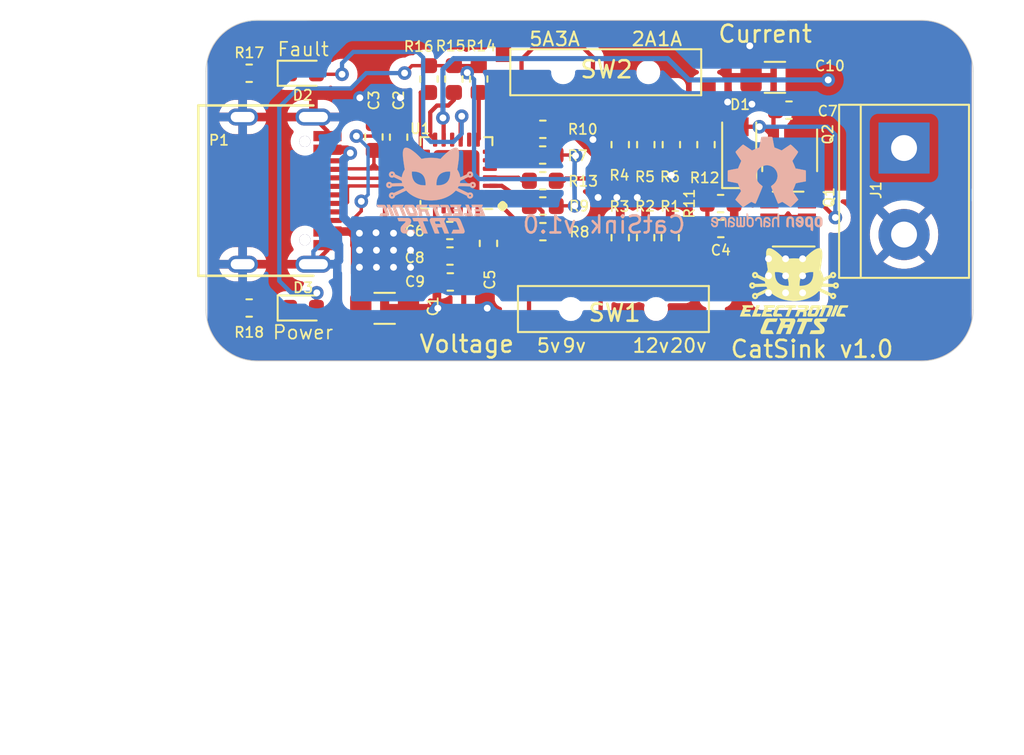
<source format=kicad_pcb>
(kicad_pcb (version 20221018) (generator pcbnew)
  (title_block (title "CatSink PD") (date "2020-10-24") (rev "1.0v") (company "Electronic Cats") (comment 1 "Eduardo Contreras"))
  (layers (0 "F.Cu" signal) (31 "B.Cu" signal) (34 "B.Paste" user) (35 "F.Paste" user) (36 "B.SilkS" user "B.Silkscreen") (37 "F.SilkS" user "F.Silkscreen") (38 "B.Mask" user) (39 "F.Mask" user) (44 "Edge.Cuts" user))
  (net 0 "")
  (net 1 "GND")
  (net 2 "VBUS")
  (net 3 "/CC2")
  (net 4 "/CC1")
  (net 5 "Net-(C4-Pad2)")
  (net 6 "Net-(C5-Pad1)")
  (net 7 "+3V3")
  (net 8 "+VSW")
  (net 9 "Net-(D1-Pad1)")
  (net 10 "/Fault")
  (net 11 "Net-(D2-Pad1)")
  (net 12 "/D+")
  (net 13 "/D-")
  (net 14 "/12v")
  (net 15 "/9v")
  (net 16 "/5v")
  (net 17 "/3A")
  (net 18 "/2A")
  (net 19 "/1A")
  (net 20 "/Icoarse")
  (net 21 "Net-(R8-Pad1)")
  (net 22 "/Vmax")
  (net 23 "Net-(R10-Pad1)")
  (net 24 "Net-(R13-Pad2)")
  (net 25 "Net-(R14-Pad2)")
  (net 26 "Net-(R15-Pad2)")
  (net 27 "Net-(R16-Pad2)")
  (net 28 "/20v")
  (net 29 "/5A")
  (net 30 "Net-(U1-Pad21)")
  (net 31 "Net-(U1-Pad20)")
  (net 32 "Net-(U1-Pad10)")
  (net 33 "Net-(U1-Pad8)")
  (net 34 "Net-(U1-Pad4)")
  (net 35 "Net-(D3-Pad1)")
  (footprint "Capacitor_SMD:C_1206_3216Metric" (layer "F.Cu") (at 128.48 109.41)
    (fp_text reference "C1")
    (fp_text value "3.3uF")
  )
  (footprint "Capacitor_SMD:C_0603_1608Metric" (layer "F.Cu") (at 129.3 99.3625 90)
    (fp_text reference "C2")
    (fp_text value "390pF")
  )
  (footprint "Capacitor_SMD:C_0603_1608Metric" (layer "F.Cu") (at 134.57 105.5975 -90)
    (fp_text reference "C5")
    (fp_text value "1uF")
  )
  (footprint "Capacitor_SMD:C_0603_1608Metric" (layer "F.Cu") (at 132.3025 104.84 180)
    (fp_text reference "C6")
    (fp_text value "1uF")
  )
  (footprint "Capacitor_SMD:C_1206_3216Metric" (layer "F.Cu") (at 151.375 95.85 180)
    (fp_text reference "C10")
    (fp_text value "3.3uF")
  )
  (footprint "LED_SMD:LED_0603_1608Metric" (layer "F.Cu") (at 123.69 95.61)
    (fp_text reference "D2")
    (fp_text value "Fault")
  )
  (footprint "Resistor_SMD:R_0603_1608Metric" (layer "F.Cu") (at 142.3 99.8 -90)
    (fp_text reference "R4")
    (fp_text value "5.1K")
  )
  (footprint "Resistor_SMD:R_0603_1608Metric" (layer "F.Cu") (at 145.3 99.8 -90)
    (fp_text reference "R6")
    (fp_text value "1K")
  )
  (footprint "Resistor_SMD:R_0603_1608Metric" (layer "F.Cu") (at 137.75 100.41 180)
    (fp_text reference "R7")
    (fp_text value "5.1K")
  )
  (footprint "Resistor_SMD:R_0603_1608Metric" (layer "F.Cu") (at 137.7625 104.91)
    (fp_text reference "R8")
    (fp_text value "5.1K")
  )
  (footprint "Resistor_SMD:R_0603_1608Metric" (layer "F.Cu") (at 137.7575 103.4 180)
    (fp_text reference "R9")
    (fp_text value "5.1K")
  )
  (footprint "Resistor_SMD:R_0603_1608Metric" (layer "F.Cu") (at 137.76 98.9)
    (fp_text reference "R10")
    (fp_text value "5.1K")
  )
  (footprint "Resistor_SMD:R_0603_1608Metric" (layer "F.Cu") (at 137.7575 101.92 180)
    (fp_text reference "R13")
    (fp_text value "1K")
  )
  (footprint "Resistor_SMD:R_0603_1608Metric" (layer "F.Cu") (at 134 95.95 -90)
    (fp_text reference "R14")
    (fp_text value "10K")
  )
  (footprint "Resistor_SMD:R_0603_1608Metric" (layer "F.Cu") (at 132.54 95.95 -90)
    (fp_text reference "R15")
    (fp_text value "10K")
  )
  (footprint "Resistor_SMD:R_0603_1608Metric" (layer "F.Cu") (at 131.08 95.9525 -90)
    (fp_text reference "R16")
    (fp_text value "10K")
  )
  (footprint "Capacitor_SMD:C_0603_1608Metric" (layer "F.Cu") (at 132.3125 106.34 180)
    (fp_text reference "C8")
    (fp_text value "0.1uF")
  )
  (footprint "Resistor_SMD:R_0603_1608Metric" (layer "F.Cu") (at 120.5325 95.61 180)
    (fp_text reference "R17")
    (fp_text value "10K")
  )
  (footprint "Package_DFN_QFN:QFN-24-1EP_4x4mm_P0.5mm_EP2.7x2.7mm" (layer "F.Cu") (at 132.69 101.47 180)
    (fp_text reference "U1")
    (fp_text value "CYPD3177-24LQXI")
  )
  (footprint "Capacitor_SMD:C_0603_1608Metric" (layer "F.Cu") (at 127.85 99.35 90)
    (fp_text reference "C3")
    (fp_text value "390pF")
  )
  (footprint "CatSink:K3-1410S-E1" (layer "F.Cu") (at 141.45 95.55 180)
    (fp_text reference "SW2")
    (fp_text value "Current")
  )
  (footprint "Resistor_SMD:R_0603_1608Metric" (layer "F.Cu") (at 147.33 99.8 90)
    (fp_text reference "R12")
    (fp_text value "50K")
  )
  (footprint "Package_TO_SOT_SMD:SOT-23-6" (layer "F.Cu") (at 152.15 104.17 180)
    (fp_text reference "Q1")
    (fp_text value "SI3421DV")
  )
  (footprint "Diode_SMD:D_SOD-123F" (layer "F.Cu") (at 149.28 100.15 90)
    (fp_text reference "D1")
    (fp_text value "NZH10C")
  )
  (footprint "Package_TO_SOT_SMD:SOT-23-6" (layer "F.Cu") (at 152.24 100.46 -90)
    (fp_text reference "Q2")
    (fp_text value "SI3421DV")
  )
  (footprint "Capacitor_SMD:C_0603_1608Metric" (layer "F.Cu") (at 148.2 104.725 180)
    (fp_text reference "C4")
    (fp_text value "1uF")
  )
  (footprint "Capacitor_SMD:C_0603_1608Metric" (layer "F.Cu") (at 152.2 97.775 180)
    (fp_text reference "C7")
    (fp_text value "1uF")
  )
  (footprint "CatSink:K3-1410S-E1" (layer "F.Cu") (at 141.9 109.45)
    (fp_text reference "SW1")
    (fp_text value "Voltage")
  )
  (footprint "Capacitor_SMD:C_0603_1608Metric" (layer "F.Cu") (at 132.3325 107.86 180)
    (fp_text reference "C9")
    (fp_text value "0.1uF")
  )
  (footprint "TerminalBlock:TerminalBlock_bornier-2_P5.08mm" (layer "F.Cu") (at 158.95 100 -90)
    (fp_text reference "J1")
    (fp_text value "Vout")
  )
  (footprint "Connectors:C393939" (layer "F.Cu") (at 124.3 102.5 -90)
    (fp_text reference "P1")
    (fp_text value "USB_C_Plug_USB2.0")
  )
  (footprint "Resistor_SMD:R_0603_1608Metric" (layer "F.Cu") (at 143.8 99.8 -90)
    (fp_text reference "R5")
    (fp_text value "2.4K")
  )
  (footprint "LED_SMD:LED_0603_1608Metric" (layer "F.Cu") (at 123.69 109.39)
    (fp_text reference "D3")
    (fp_text value "Power")
  )
  (footprint "Resistor_SMD:R_0603_1608Metric" (layer "F.Cu") (at 120.5325 109.39 180)
    (fp_text reference "R18")
    (fp_text value "1K")
  )
  (footprint "Resistor_SMD:R_0603_1608Metric" (layer "F.Cu") (at 148.1875 103.26 180)
    (fp_text reference "R11")
    (fp_text value "10K")
  )
  (footprint "Resistor_SMD:R_0603_1608Metric" (layer "F.Cu") (at 145.23 105.2625 90)
    (fp_text reference "R1")
    (fp_text value "2.4K")
  )
  (footprint "Resistor_SMD:R_0603_1608Metric" (layer "F.Cu") (at 143.79 105.2625 90)
    (fp_text reference "R2")
    (fp_text value "1K")
  )
  (footprint "Resistor_SMD:R_0603_1608Metric" (layer "F.Cu") (at 142.3 105.2625 90)
    (fp_text reference "R3")
    (fp_text value "0R")
  )
  (footprint "Aesthetics:electronic_cats_logo_4x3" (layer "F.Cu") (at 152.5 108.4)
    (fp_text reference "G***" hide)
    (fp_text value "LOGO" hide)
  )
  (footprint "Aesthetics:electronic_cats_logo_4x3" (layer "B.Cu") (at 131.2 102.5 180)
    (fp_text reference "G***" hide)
    (fp_text value "LOGO" hide)
  )
  (footprint "Symbol:OSHW-Logo2_7.3x6mm_SilkScreen" (layer "B.Cu") (at 150.9 102.1 180)
    (fp_text reference "REF**" hide)
    (fp_text value "OSHW-Logo2_7.3x6mm_SilkScreen" hide)
  )
  (gr_line (start 160 92.5) (end 121 92.5) (stroke (width 0.05)) (layer "Edge.Cuts"))
  (gr_line (start 118 95.5) (end 118 109.5) (stroke (width 0.05)) (layer "Edge.Cuts"))
  (gr_line (start 121 112.5) (end 160 112.5) (stroke (width 0.05)) (layer "Edge.Cuts"))
  (gr_line (start 163 109.5) (end 163 95.5) (stroke (width 0.05)) (layer "Edge.Cuts"))
  (gr_arc (start 160 92.5) (mid 162.12132 93.37868) (end 163 95.5) (stroke (width 0.05)) (layer "Edge.Cuts"))
  (gr_arc (start 163 109.5) (mid 162.12132 111.62132) (end 160 112.5) (stroke (width 0.05)) (layer "Edge.Cuts"))
  (gr_arc (start 118 95.5) (mid 118.87868 93.37868) (end 121 92.5) (stroke (width 0.05)) (layer "Edge.Cuts"))
  (gr_arc (start 121 112.5) (mid 118.87868 111.62132) (end 118 109.5) (stroke (width 0.05)) (layer "Edge.Cuts"))
  (gr_text "CatSink v1.0" (at 141.35 104.5) (layer "B.SilkS") (effects (font (size 1 1)) (justify mirror)))
  (gr_text "5v" (at 138.1 111.6) (layer "F.SilkS") (effects (font (size 0.8 0.8) (thickness 0.12))))
  (gr_text "12v" (at 144.1 111.6) (layer "F.SilkS") (effects (font (size 0.8 0.8) (thickness 0.12))))
  (gr_text "20v" (at 146.3 111.6) (layer "F.SilkS") (effects (font (size 0.8 0.8) (thickness 0.12))))
  (gr_text "5A" (at 137.7 93.6) (layer "F.SilkS") (effects (font (size 0.8 0.8) (thickness 0.12))))
  (gr_text "3A" (at 139.2 93.6) (layer "F.SilkS") (effects (font (size 0.8 0.8) (thickness 0.12))))
  (gr_text "2A" (at 143.7 93.6) (layer "F.SilkS") (effects (font (size 0.8 0.8) (thickness 0.12))))
  (gr_text "1A" (at 145.2 93.6) (layer "F.SilkS") (effects (font (size 0.8 0.8) (thickness 0.12))))
  (gr_text "CatSink v1.0" (at 153.55 111.8) (layer "F.SilkS") (effects (font (size 1 1))))
  (gr_text "." (at 135.4 102.6) (layer "F.SilkS") (effects (font (size 2 2) (thickness 0.4))))
  (gr_text "9v" (at 139.6 111.6) (layer "F.SilkS") (effects (font (size 0.8 0.8) (thickness 0.12))))
  (segment (start 132.94 103.4325) (end 132.94 101.72) (width 0.25) (layer "F.Cu") (net 1))
  (segment (start 146.275 104.475) (end 146.3 104.5) (width 0.5) (layer "F.Cu") (net 1))
  (segment (start 131.44 103.4325) (end 131.44 102.971978) (width 0.25) (layer "F.Cu") (net 1))
  (segment (start 131.44 104.765) (end 131.515 104.84) (width 0.25) (layer "F.Cu") (net 1))
  (segment (start 139.75 98.9) (end 139.8 98.95) (width 0.5) (layer "F.Cu") (net 1))
  (segment (start 149.975 97.375) (end 150.025 97.425) (width 0.3) (layer "F.Cu") (net 1))
  (segment (start 140.2 98.9) (end 140.7 99.4) (width 0.5) (layer "F.Cu") (net 1))
  (segment (start 149.975 95.85) (end 149.975 95.925) (width 0.25) (layer "F.Cu") (net 1))
  (segment (start 131.545 106.36) (end 131.525 106.34) (width 0.2) (layer "F.Cu") (net 1))
  (segment (start 149.975 94.075) (end 149.9 94) (width 0.25) (layer "F.Cu") (net 1))
  (segment (start 146.3 106.6) (end 146.7 107) (width 0.5) (layer "F.Cu") (net 1))
  (segment (start 127.85 97.875) (end 127.025 97.05) (width 0.25) (layer "F.Cu") (net 1))
  (segment (start 142.3 103.1) (end 142.1 102.9) (width 0.5) (layer "F.Cu") (net 1))
  (segment (start 141.06 100.61) (end 139.8 99.35) (width 0.5) (layer "F.Cu") (net 1))
  (segment (start 125.125 99.005) (end 124.3 98.18) (width 0.25) (layer "F.Cu") (net 1))
  (segment (start 131.44 102.971978) (end 132.69 101.721978) (width 0.25) (layer "F.Cu") (net 1))
  (segment (start 129.88 109.41) (end 131.59 109.41) (width 0.3) (layer "F.Cu") (net 1))
  (segment (start 138.985 98.9) (end 140.2 98.9) (width 0.5) (layer "F.Cu") (net 1))
  (segment (start 127.85 98.5625) (end 127.85 97.875) (width 0.25) (layer "F.Cu") (net 1))
  (segment (start 146.1 102.9) (end 143.3 102.9) (width 0.5) (layer "F.Cu") (net 1))
  (segment (start 142.3 104.475) (end 142.3 104.0375) (width 0.5) (layer "F.Cu") (net 1))
  (segment (start 145.2 100.525) (end 145.2 101.4) (width 0.3) (layer "F.Cu") (net 1))
  (segment (start 125.125 99.3) (end 125.125 99.005) (width 0.25) (layer "F.Cu") (net 1))
  (segment (start 129.3 98.575) (end 129.3 97.15) (width 0.25) (layer "F.Cu") (net 1))
  (segment (start 145.2 101.4) (end 145.325 101.525) (width 0.3) (layer "F.Cu") (net 1))
  (segment (start 146.3 104.5) (end 146.3 103.6) (width 0.5) (layer "F.Cu") (net 1))
  (segment (start 132.94 101.72) (end 132.69 101.47) (width 0.25) (layer "F.Cu") (net 1))
  (segment (start 141.145 100.525) (end 141.06 100.61) (width 0.2) (layer "F.Cu") (net 1))
  (segment (start 129.3 97.15) (end 129.4 97.05) (width 0.25) (layer "F.Cu") (net 1))
  (segment (start 125.125 105.7) (end 125.125 105.995) (width 0.25) (layer "F.Cu") (net 1))
  (segment (start 131.59 109.41) (end 131.6 109.4) (width 0.3) (layer "F.Cu") (net 1))
  (segment (start 148.5 107) (end 149.2 107) (width 0.5) (layer "F.Cu") (net 1))
  (segment (start 149.975 95.85) (end 149.975 97.375) (width 0.3) (layer "F.Cu") (net 1))
  (segment (start 142.3 104.0375) (end 142.3 103.1) (width 0.5) (layer "F.Cu") (net 1))
  (segment (start 131.525 104.85) (end 131.515 104.84) (width 0.2) (layer "F.Cu") (net 1))
  (segment (start 146.7 107) (end 148.5 107) (width 0.5) (layer "F.Cu") (net 1))
  (segment (start 138.55 104.91) (end 138.9875 104.91) (width 0.2) (layer "F.Cu") (net 1))
  (segment (start 131.525 106.34) (end 131.525 104.85) (width 0.2) (layer "F.Cu") (net 1))
  (segment (start 146.3 103.6) (end 146.3 106.6) (width 0.5) (layer "F.Cu") (net 1))
  (segment (start 125.125 105.995) (end 124.3 106.82) (width 0.25) (layer "F.Cu") (net 1))
  (segment (start 140.7 99.4) (end 140.7 99.5) (width 0.5) (layer "F.Cu") (net 1))
  (segment (start 139.8 99.35) (end 139.8 98.95) (width 0.5) (layer "F.Cu") (net 1))
  (segment (start 146.3 103.6) (end 146.3 103.1) (width 0.5) (layer "F.Cu") (net 1))
  (segment (start 146.3 103.1) (end 146.1 102.9) (width 0.5) (layer "F.Cu") (net 1))
  (segment (start 138.5475 98.9) (end 139.75 98.9) (width 0.5) (layer "F.Cu") (net 1))
  (segment (start 131.545 107.86) (end 131.545 106.36) (width 0.2) (layer "F.Cu") (net 1))
  (segment (start 132.69 101.721978) (end 132.69 101.47) (width 0.25) (layer "F.Cu") (net 1))
  (segment (start 142.1 102.9) (end 141 102.9) (width 0.5) (layer "F.Cu") (net 1))
  (segment (start 145.23 104.475) (end 146.275 104.475) (width 0.5) (layer "F.Cu") (net 1))
  (segment (start 138.5475 98.9) (end 138.985 98.9) (width 0.5) (layer "F.Cu") (net 1))
  (segment (start 149.975 95.85) (end 149.975 94.075) (width 0.25) (layer "F.Cu") (net 1))
  (segment (start 142.2 100.525) (end 141.145 100.525) (width 0.2) (layer "F.Cu") (net 1))
  (segment (start 131.44 103.4325) (end 131.44 104.765) (width 0.25) (layer "F.Cu") (net 1))
  (via (at 140.7 99.5) (size 0.8) (drill 0.4) (layers "F.Cu" "B.Cu") (net 1))
  (via (at 150.025 97.425) (size 0.8) (drill 0.4) (layers "F.Cu" "B.Cu") (net 1))
  (via (at 142.1 102.9) (size 0.8) (drill 0.4) (layers "F.Cu" "B.Cu") (net 1))
  (via (at 148.6 97.3) (size 0.8) (drill 0.4) (layers "F.Cu" "B.Cu") (net 1))
  (via (at 127.025 97.05) (size 0.8) (drill 0.4) (layers "F.Cu" "B.Cu") (net 1))
  (via (at 131.6 109.4) (size 0.8) (drill 0.4) (layers "F.Cu" "B.Cu") (net 1))
  (via (at 145.3 101.6) (size 0.8) (drill 0.4) (layers "F.Cu" "B.Cu") (net 1))
  (via (at 143.3 102.9) (size 0.8) (drill 0.4) (layers "F.Cu" "B.Cu") (net 1))
  (via (at 134.5 109.4) (size 0.8) (drill 0.4) (layers "F.Cu" "B.Cu") (net 1))
  (via (at 129.4 97.05) (size 0.8) (drill 0.4) (layers "F.Cu" "B.Cu") (net 1))
  (via (at 149.9 94) (size 0.8) (drill 0.4) (layers "F.Cu" "B.Cu") (net 1))
  (via (at 141 102.9) (size 0.8) (drill 0.4) (layers "F.Cu" "B.Cu") (net 1))
  (segment (start 131.6 109.4) (end 134.5 109.4) (width 0.5) (layer "B.Cu") (net 1))
  (segment (start 124.3 106.82) (end 125.58 106.82) (width 0.5) (layer "B.Cu") (net 1))
  (segment (start 141 102.9) (end 142.1 102.9) (width 0.5) (layer "B.Cu") (net 1))
  (segment (start 125.8 105.7) (end 124.9 104.8) (width 0.5) (layer "B.Cu") (net 1))
  (segment (start 125.7 106.9) (end 125.7 110.4) (width 0.5) (layer "B.Cu") (net 1))
  (segment (start 125.58 106.82) (end 125.8 106.6) (width 0.5) (layer "B.Cu") (net 1))
  (segment (start 125.62 106.82) (end 125.7 106.9) (width 0.5) (layer "B.Cu") (net 1))
  (segment (start 124.3 106.82) (end 125.62 106.82) (width 0.5) (layer "B.Cu") (net 1))
  (segment (start 124.3 106.82) (end 124.3 106.07) (width 0.25) (layer "B.Cu") (net 1))
  (segment (start 125.8 106.6) (end 125.8 105.7) (width 0.5) (layer "B.Cu") (net 1))
  (segment (start 142.1 102.9) (end 143.3 102.9) (width 0.5) (layer "B.Cu") (net 1))
  (segment (start 124.3 106.07) (end 124.9 105.47) (width 0.25) (layer "B.Cu") (net 1))
  (segment (start 127.27 107.27) (end 127 107) (width 0.25) (layer "F.Cu") (net 2))
  (segment (start 127.27 109.16) (end 127.27 107.27) (width 0.25) (layer "F.Cu") (net 2))
  (segment (start 128.78 102.72) (end 128.5 103) (width 0.25) (layer "F.Cu") (net 2))
  (segment (start 151.05 104.17) (end 153.25 104.17) (width 0.5) (layer "F.Cu") (net 2))
  (segment (start 151.05 104.17) (end 151.05 105.12) (width 0.5) (layer "F.Cu") (net 2))
  (segment (start 128.973091 104.973091) (end 129 105) (width 0.25) (layer "F.Cu") (net 2))
  (segment (start 151.05 104.75) (end 151.05 104.17) (width 0.25) (layer "F.Cu") (net 2))
  (segment (start 148.9875 104.725) (end 148.9875 103.2725) (width 0.5) (layer "F.Cu") (net 2))
  (segment (start 127.24 106.23) (end 126.71 105.7) (width 0.5) (layer "F.Cu") (net 2))
  (segment (start 151.025 104.725) (end 148.9875 104.725) (width 0.5) (layer "F.Cu") (net 2))
  (segment (start 148.9875 104.725) (end 150.655 104.725) (width 0.5) (layer "F.Cu") (net 2))
  (segment (start 152 108.5) (end 152 107.5) (width 0.5) (layer "F.Cu") (net 2))
  (segment (start 151 107.5) (end 151 108.5) (width 0.5) (layer "F.Cu") (net 2))
  (segment (start 128.5 103) (end 128.5 104.5) (width 0.25) (layer "F.Cu") (net 2))
  (segment (start 151.05 105.12) (end 151.05 104.75) (width 0.25) (layer "F.Cu") (net 2))
  (segment (start 152 106.5) (end 153 106.5) (width 0.5) (layer "F.Cu") (net 2))
  (segment (start 153 107.5) (end 153 108.5) (width 0.5) (layer "F.Cu") (net 2))
  (segment (start 151.05 106.45) (end 151 106.5) (width 0.5) (layer "F.Cu") (net 2))
  (segment (start 128 107) (end 129 107) (width 0.25) (layer "F.Cu") (net 2))
  (segment (start 153.25 105.12) (end 151.05 105.12) (width 0.5) (layer "F.Cu") (net 2))
  (segment (start 127.27 106.23) (end 127.27 105.18) (width 0.5) (layer "F.Cu") (net 2))
  (segment (start 126.71 105.134315) (end 126.71 105.7) (width 0.5) (layer "F.Cu") (net 2))
  (segment (start 127.27 106.23) (end 127.24 106.23) (width 0.5) (layer "F.Cu") (net 2))
  (segment (start 151.05 104.75) (end 151.025 104.725) (width 0.5) (layer "F.Cu") (net 2))
  (segment (start 125.125 104.9) (end 126.475685 104.9) (width 0.5) (layer "F.Cu") (net 2))
  (segment (start 129 106) (end 128 106) (width 0.25) (layer "F.Cu") (net 2))
  (segment (start 127.973091 104.973091) (end 127.03 104.94) (width 0.2) (layer "F.Cu") (net 2))
  (segment (start 127.03 104.94) (end 125.205 104.98) (width 0.2) (layer "F.Cu") (net 2))
  (segment (start 148.9875 103.2725) (end 148.975 103.26) (width 0.5) (layer "F.Cu") (net 2))
  (segment (start 128.1 104.9) (end 125.125 104.9) (width 0.25) (layer "F.Cu") (net 2))
  (segment (start 126.273195 100.1) (end 126.464497 100.291302) (width 0.5) (layer "F.Cu") (net 2))
  (segment (start 128.5 104.5) (end 128.1 104.9) (width 0.25) (layer "F.Cu") (net 2))
  (segment (start 125.205 104.98) (end 125.125 104.9) (width 0.2) (layer "F.Cu") (net 2))
  (segment (start 151.05 105.12) (end 151.05 106.45) (width 0.5) (layer "F.Cu") (net 2))
  (segment (start 130 107) (end 130 106) (width 0.25) (layer "F.Cu") (net 2))
  (segment (start 127.005 105.005) (end 127 105) (width 0.25) (layer "F.Cu") (net 2))
  (segment (start 127.005 105.995) (end 127.005 105.005) (width 0.25) (layer "F.Cu") (net 2))
  (segment (start 127.27 109.16) (end 127.27 106.23) (width 0.5) (layer "F.Cu") (net 2))
  (segment (start 128.17 104.98) (end 127.973091 104.973091) (width 0.2) (layer "F.Cu") (net 2))
  (segment (start 130.7275 102.72) (end 128.78 102.72) (width 0.25) (layer "F.Cu") (net 2))
  (segment (start 127.973091 104.973091) (end 128.973091 104.973091) (width 0.25) (layer "F.Cu") (net 2))
  (segment (start 125.125 100.1) (end 126.273195 100.1) (width 0.5) (layer "F.Cu") (net 2))
  (segment (start 126.475685 104.9) (end 126.71 105.134315) (width 0.5) (layer "F.Cu") (net 2))
  (segment (start 150.655 104.725) (end 151.05 105.12) (width 0.5) (layer "F.Cu") (net 2))
  (via (at 152 108.5) (size 0.8) (drill 0.4) (layers "F.Cu" "B.Cu") (net 2))
  (via (at 153 107.5) (size 0.8) (drill 0.4) (layers "F.Cu" "B.Cu") (net 2))
  (via (at 151 106.5) (size 0.8) (drill 0.4) (layers "F.Cu" "B.Cu") (net 2))
  (via (at 153 106.5) (size 0.8) (drill 0.4) (layers "F.Cu" "B.Cu") (net 2))
  (via (at 129 105) (size 0.8) (drill 0.4) (layers "F.Cu" "B.Cu") (net 2))
  (via (at 152 107.5) (size 0.8) (drill 0.4) (layers "F.Cu" "B.Cu") (net 2))
  (via (at 127 107) (size 0.8) (drill 0.4) (layers "F.Cu" "B.Cu") (net 2))
  (via (at 129 106) (size 0.8) (drill 0.4) (layers "F.Cu" "B.Cu") (net 2))
  (via (at 126.464497 100.291302) (size 0.8) (drill 0.4) (layers "F.Cu" "B.Cu") (net 2))
  (via (at 130 106) (size 0.8) (drill 0.4) (layers "F.Cu" "B.Cu") (net 2))
  (via (at 153 108.5) (size 0.8) (drill 0.4) (layers "F.Cu" "B.Cu") (net 2))
  (via (at 128 107) (size 0.8) (drill 0.4) (layers "F.Cu" "B.Cu") (net 2))
  (via (at 127 105) (size 0.8) (drill 0.4) (layers "F.Cu" "B.Cu") (net 2))
  (via (at 130 105) (size 0.8) (drill 0.4) (layers "F.Cu" "B.Cu") (net 2))
  (via (at 127.005 105.995) (size 0.8) (drill 0.4) (layers "F.Cu" "B.Cu") (net 2))
  (via (at 151 108.5) (size 0.8) (drill 0.4) (layers "F.Cu" "B.Cu") (net 2))
  (via (at 152 106.5) (size 0.8) (drill 0.4) (layers "F.Cu" "B.Cu") (net 2))
  (via (at 129 107) (size 0.8) (drill 0.4) (layers "F.Cu" "B.Cu") (net 2))
  (via (at 127.973091 104.973091) (size 0.8) (drill 0.4) (layers "F.Cu" "B.Cu") (net 2))
  (via (at 151 107.5) (size 0.8) (drill 0.4) (layers "F.Cu" "B.Cu") (net 2))
  (via (at 130 107) (size 0.8) (drill 0.4) (layers "F.Cu" "B.Cu") (net 2))
  (via (at 128 106) (size 0.8) (drill 0.4) (layers "F.Cu" "B.Cu") (net 2))
  (segment (start 127 105) (end 127.946182 105) (width 0.25) (layer "B.Cu") (net 2))
  (segment (start 130 106) (end 129 106) (width 0.25) (layer "B.Cu") (net 2))
  (segment (start 151 108.5) (end 152 108.5) (width 0.5) (layer "B.Cu") (net 2))
  (segment (start 126.064498 104.064498) (end 126.600001 104.600001) (width 0.5) (layer "B.Cu") (net 2))
  (segment (start 129 105) (end 130 105) (width 0.25) (layer "B.Cu") (net 2))
  (segment (start 126.464497 100.291302) (end 126.064498 100.691301) (width 0.5) (layer "B.Cu") (net 2))
  (segment (start 127.946182 105) (end 127.973091 104.973091) (width 0.25) (layer "B.Cu") (net 2))
  (segment (start 152 107.5) (end 152 106.5) (width 0.5) (layer "B.Cu") (net 2))
  (segment (start 126.064498 100.691301) (end 126.064498 104.064498) (width 0.5) (layer "B.Cu") (net 2))
  (segment (start 153 106.5) (end 153 107.5) (width 0.5) (layer "B.Cu") (net 2))
  (segment (start 127 107) (end 128 107) (width 0.25) (layer "B.Cu") (net 2))
  (segment (start 129 107) (end 130 107) (width 0.25) (layer "B.Cu") (net 2))
  (segment (start 128 106) (end 127.01 106) (width 0.25) (layer "B.Cu") (net 2))
  (segment (start 127.01 106) (end 127.005 105.995) (width 0.25) (layer "B.Cu") (net 2))
  (segment (start 126.600001 104.600001) (end 127 105) (width 0.5) (layer "B.Cu") (net 2))
  (segment (start 151 106.5) (end 151 107.5) (width 0.5) (layer "B.Cu") (net 2))
  (segment (start 129.87 100.72) (end 129.3 100.15) (width 0.2) (layer "F.Cu") (net 3))
  (segment (start 130.7275 100.72) (end 129.87 100.72) (width 0.2) (layer "F.Cu") (net 3))
  (segment (start 127.11 103.695685) (end 126.555685 104.25) (width 0.2) (layer "F.Cu") (net 3))
  (segment (start 128.888147 99.300647) (end 127.388333 99.300647) (width 0.2) (layer "F.Cu") (net 3))
  (segment (start 129.3 99.7125) (end 128.888147 99.300647) (width 0.2) (layer "F.Cu") (net 3))
  (segment (start 126.555685 104.25) (end 126.15 104.25) (width 0.2) (layer "F.Cu") (net 3))
  (segment (start 126.15 104.25) (end 125.125 104.25) (width 0.2) (layer "F.Cu") (net 3))
  (segment (start 127.11 103.13) (end 127.11 103.695685) (width 0.2) (layer "F.Cu") (net 3))
  (segment (start 129.3 100.15) (end 129.3 99.7125) (width 0.2) (layer "F.Cu") (net 3))
  (segment (start 127.388333 99.300647) (end 126.822648 99.300647) (width 0.2) (layer "F.Cu") (net 3))
  (via (at 127.11 103.13) (size 0.8) (drill 0.4) (layers "F.Cu" "B.Cu") (net 3))
  (via (at 126.822648 99.300647) (size 0.8) (drill 0.4) (layers "F.Cu" "B.Cu") (net 3))
  (segment (start 127.222647 99.700646) (end 126.822648 99.300647) (width 0.2) (layer "B.Cu") (net 3))
  (segment (start 127.509999 102.730001) (end 127.509999 99.987998) (width 0.2) (layer "B.Cu") (net 3))
  (segment (start 127.509999 99.987998) (end 127.222647 99.700646) (width 0.2) (layer "B.Cu") (net 3))
  (segment (start 127.11 103.13) (end 127.509999 102.730001) (width 0.2) (layer "B.Cu") (net 3))
  (segment (start 127.57 101.22) (end 127.72 101.22) (width 0.2) (layer "F.Cu") (net 4))
  (segment (start 130.7275 101.22) (end 128.43 101.22) (width 0.2) (layer "F.Cu") (net 4))
  (segment (start 127.98 101.22) (end 127.85 101.09) (width 0.2) (layer "F.Cu") (net 4))
  (segment (start 127.58 101.22) (end 127.85 100.95) (width 0.2) (layer "F.Cu") (net 4))
  (segment (start 127.42 101.22) (end 125.155 101.22) (width 0.2) (layer "F.Cu") (net 4))
  (segment (start 127.85 100.95) (end 127.85 100.1375) (width 0.2) (layer "F.Cu") (net 4))
  (segment (start 127.72 101.22) (end 127.85 101.09) (width 0.2) (layer "F.Cu") (net 4))
  (segment (start 127.57 101.22) (end 127.42 101.22) (width 0.2) (layer "F.Cu") (net 4))
  (segment (start 125.155 101.22) (end 125.125 101.25) (width 0.2) (layer "F.Cu") (net 4))
  (segment (start 127.98 101.22) (end 127.57 101.22) (width 0.2) (layer "F.Cu") (net 4))
  (segment (start 127.42 101.22) (end 127.58 101.22) (width 0.2) (layer "F.Cu") (net 4))
  (segment (start 128.12 101.22) (end 127.85 100.95) (width 0.2) (layer "F.Cu") (net 4))
  (segment (start 128.43 101.22) (end 128.12 101.22) (width 0.2) (layer "F.Cu") (net 4))
  (segment (start 127.85 101.09) (end 127.85 100.95) (width 0.2) (layer "F.Cu") (net 4))
  (segment (start 128.43 101.22) (end 127.98 101.22) (width 0.2) (layer "F.Cu") (net 4))
  (segment (start 153.25 103.22) (end 154.06 103.22) (width 0.25) (layer "F.Cu") (net 5))
  (segment (start 149.28 98.75) (end 150.46 98.75) (width 0.25) (layer "F.Cu") (net 5))
  (segment (start 154.06 103.22) (end 154.92 104.08) (width 0.25) (layer "F.Cu") (net 5))
  (segment (start 150.46 98.75) (end 150.68 98.75) (width 0.25) (layer "F.Cu") (net 5))
  (segment (start 147.33 99.2025) (end 148.8275 99.2025) (width 0.25) (layer "F.Cu") (net 5))
  (segment (start 148.8275 99.2025) (end 149.28 98.75) (width 0.25) (layer "F.Cu") (net 5))
  (segment (start 153.2525 103.2175) (end 153.25 103.22) (width 0.25) (layer "F.Cu") (net 5))
  (segment (start 150.68 98.75) (end 151.29 99.36) (width 0.25) (layer "F.Cu") (net 5))
  (segment (start 146.32 99.35) (end 146.4675 99.2025) (width 0.25) (layer "F.Cu") (net 5))
  (segment (start 151.4125 97.8625) (end 151.29 97.985) (width 0.25) (layer "F.Cu") (net 5))
  (segment (start 139.1125 101.79) (end 143.5 101.79) (width 0.25) (layer "F.Cu") (net 5))
  (segment (start 146.63 102.31) (end 146.33 102.01) (width 0.25) (layer "F.Cu") (net 5))
  (segment (start 143.5 101.79) (end 144.02 102.31) (width 0.25) (layer "F.Cu") (net 5))
  (segment (start 151.4125 97.775) (end 151.4125 97.8625) (width 0.25) (layer "F.Cu") (net 5))
  (segment (start 138.545 101.92) (end 138.9825 101.92) (width 0.25) (layer "F.Cu") (net 5))
  (segment (start 138.9825 101.92) (end 139.1125 101.79) (width 0.25) (layer "F.Cu") (net 5))
  (segment (start 144.02 102.31) (end 146.01 102.31) (width 0.25) (layer "F.Cu") (net 5))
  (segment (start 147.4125 102.6525) (end 147.07 102.31) (width 0.25) (layer "F.Cu") (net 5))
  (segment (start 146.32 102) (end 146.01 102.31) (width 0.25) (layer "F.Cu") (net 5))
  (segment (start 146.4675 99.2025) (end 147.33 99.2025) (width 0.25) (layer "F.Cu") (net 5))
  (segment (start 146.32 102.31) (end 146.33 102.01) (width 0.25) (layer "F.Cu") (net 5))
  (segment (start 146.64 102.31) (end 146.63 102.31) (width 0.25) (layer "F.Cu") (net 5))
  (segment (start 147.4125 104.725) (end 147.4125 102.6525) (width 0.25) (layer "F.Cu") (net 5))
  (segment (start 146.01 102.31) (end 146.32 102.31) (width 0.25) (layer "F.Cu") (net 5))
  (segment (start 146.33 102.01) (end 146.32 101.68) (width 0.25) (layer "F.Cu") (net 5))
  (segment (start 146.32 101.68) (end 146.32 102) (width 0.25) (layer "F.Cu") (net 5))
  (segment (start 146.32 101.68) (end 146.32 99.35) (width 0.25) (layer "F.Cu") (net 5))
  (segment (start 151.29 97.985) (end 151.29 99.36) (width 0.25) (layer "F.Cu") (net 5))
  (segment (start 146.32 102.31) (end 146.64 102.31) (width 0.25) (layer "F.Cu") (net 5))
  (segment (start 147.07 102.31) (end 146.64 102.31) (width 0.25) (layer "F.Cu") (net 5))
  (via (at 154.92 104.08) (size 0.8) (drill 0.4) (layers "F.Cu" "B.Cu") (net 5))
  (via (at 150.46 98.75) (size 0.8) (drill 0.4) (layers "F.Cu" "B.Cu") (net 5))
  (segment (start 154.45 98.75) (end 150.46 98.75) (width 0.25) (layer "B.Cu") (net 5))
  (segment (start 154.92 104.08) (end 154.92 99.22) (width 0.25) (layer "B.Cu") (net 5))
  (segment (start 154.92 99.22) (end 154.45 98.75) (width 0.25) (layer "B.Cu") (net 5))
  (segment (start 133.94 104.18) (end 134.57 104.81) (width 0.25) (layer "F.Cu") (net 6))
  (segment (start 133.94 103.4325) (end 133.94 104.18) (width 0.25) (layer "F.Cu") (net 6))
  (segment (start 124.4775 108.5225) (end 124.5 108.5) (width 0.25) (layer "F.Cu") (net 7))
  (segment (start 133.09 104.84) (end 133.1 105.65) (width 0.2) (layer "F.Cu") (net 7))
  (segment (start 125.04 111.06) (end 132.26 111.06) (width 0.3) (layer "F.Cu") (net 7))
  (segment (start 138.5375 100.41) (end 139.64 100.41) (width 0.2) (layer "F.Cu") (net 7))
  (segment (start 133.12 107.86) (end 133.12 106.36) (width 0.2) (layer "F.Cu") (net 7))
  (segment (start 134 95.1625) (end 132.54 95.1625) (width 0.2) (layer "F.Cu") (net 7))
  (segment (start 124.4775 110.4975) (end 125.04 111.06) (width 0.3) (layer "F.Cu") (net 7))
  (segment (start 131.08 95.165) (end 132.5375 95.165) (width 0.2) (layer "F.Cu") (net 7))
  (segment (start 134 95.1625) (end 133.7375 95.1625) (width 0.25) (layer "F.Cu") (net 7))
  (segment (start 132.26 111.06) (end 133.12 110.2) (width 0.3) (layer "F.Cu") (net 7))
  (segment (start 124.4775 109.19) (end 124.4775 110.4975) (width 0.3) (layer "F.Cu") (net 7))
  (segment (start 139.63 103.39) (end 138.555 103.39) (width 0.2) (layer "F.Cu") (net 7))
  (segment (start 131.08 95.165) (end 130.085 95.165) (width 0.2) (layer "F.Cu") (net 7))
  (segment (start 139.64 100.41) (end 139.68 100.45) (width 0.2) (layer "F.Cu") (net 7))
  (segment (start 124.4775 109.39) (end 124.4775 108.5225) (width 0.25) (layer "F.Cu") (net 7))
  (segment (start 133.09 106.33) (end 133.1 106.34) (width 0.2) (layer "F.Cu") (net 7))
  (segment (start 130.085 95.165) (end 129.65 95.6) (width 0.2) (layer "F.Cu") (net 7))
  (segment (start 138.555 103.39) (end 138.545 103.4) (width 0.2) (layer "F.Cu") (net 7))
  (segment (start 133.09 104.84) (end 133.44 104.49) (width 0.25) (layer "F.Cu") (net 7))
  (segment (start 133.12 110.2) (end 133.12 107.86) (width 0.3) (layer "F.Cu") (net 7))
  (segment (start 133.1 105.65) (end 133.09 106.33) (width 0.2) (layer "F.Cu") (net 7))
  (segment (start 133.12 106.36) (end 133.1 106.34) (width 0.2) (layer "F.Cu") (net 7))
  (segment (start 133.7375 95.1625) (end 133.325 95.575) (width 0.25) (layer "F.Cu") (net 7))
  (segment (start 133.44 104.49) (end 133.44 103.4325) (width 0.25) (layer "F.Cu") (net 7))
  (segment (start 132.5375 95.165) (end 132.54 95.1625) (width 0.2) (layer "F.Cu") (net 7))
  (via (at 124.5 108.5) (size 0.8) (drill 0.4) (layers "F.Cu" "B.Cu") (net 7))
  (via (at 129.65 95.6) (size 0.8) (drill 0.4) (layers "F.Cu" "B.Cu") (net 7))
  (via (at 139.63 103.39) (size 0.8) (drill 0.4) (layers "F.Cu" "B.Cu") (net 7))
  (via (at 133.325 95.575) (size 0.8) (drill 0.4) (layers "F.Cu" "B.Cu") (net 7))
  (via (at 139.68 100.45) (size 0.8) (drill 0.4) (layers "F.Cu" "B.Cu") (net 7))
  (segment (start 126.5 96.5) (end 127.4 95.6) (width 0.25) (layer "B.Cu") (net 7))
  (segment (start 139.6 101.85) (end 139.63 100.5) (width 0.25) (layer "B.Cu") (net 7))
  (segment (start 134.325001 101.825001) (end 139.575001 101.825001) (width 0.25) (layer "B.Cu") (net 7))
  (segment (start 123 108.5) (end 122.3 107.8) (width 0.25) (layer "B.Cu") (net 7))
  (segment (start 122.3 97.6) (end 123.4 96.5) (width 0.25) (layer "B.Cu") (net 7))
  (segment (start 134.32 101.82) (end 134.325001 101.825001) (width 0.25) (layer "B.Cu") (net 7))
  (segment (start 139.63 100.5) (end 139.68 100.45) (width 0.25) (layer "B.Cu") (net 7))
  (segment (start 124.5 108.5) (end 123 108.5) (width 0.25) (layer "B.Cu") (net 7))
  (segment (start 122.3 107.8) (end 122.3 99.6) (width 0.25) (layer "B.Cu") (net 7))
  (segment (start 122.3 99.6) (end 122.3 97.6) (width 0.25) (layer "B.Cu") (net 7))
  (segment (start 133.724999 101.534999) (end 134.01 101.82) (width 0.25) (layer "B.Cu") (net 7))
  (segment (start 139.63 103.39) (end 139.6 101.85) (width 0.25) (layer "B.Cu") (net 7))
  (segment (start 127.4 95.6) (end 129.65 95.6) (width 0.25) (layer "B.Cu") (net 7))
  (segment (start 133.325 95.575) (end 133.724999 95.974999) (width 0.25) (layer "B.Cu") (net 7))
  (segment (start 123.4 96.5) (end 126.5 96.5) (width 0.25) (layer "B.Cu") (net 7))
  (segment (start 139.63 103.39) (end 139.63 100.5) (width 0.25) (layer "B.Cu") (net 7))
  (segment (start 134.01 101.82) (end 134.32 101.82) (width 0.25) (layer "B.Cu") (net 7))
  (segment (start 139.575001 101.825001) (end 139.6 101.85) (width 0.25) (layer "B.Cu") (net 7))
  (segment (start 133.724999 95.974999) (end 133.724999 101.534999) (width 0.25) (layer "B.Cu") (net 7))
  (segment (start 153.19 99.36) (end 153.19 101.56) (width 0.25) (layer "F.Cu") (net 8))
  (segment (start 153.19 101.56) (end 152.24 101.56) (width 0.25) (layer "F.Cu") (net 8))
  (segment (start 152.24 99.36) (end 153.19 99.36) (width 0.25) (layer "F.Cu") (net 8))
  (segment (start 131.94 98.27) (end 131.9 98.23) (width 0.25) (layer "F.Cu") (net 8))
  (segment (start 152.24 99.36) (end 152.24 101.56) (width 0.5) (layer "F.Cu") (net 8))
  (segment (start 131.94 99.5075) (end 131.94 98.27) (width 0.25) (layer "F.Cu") (net 8))
  (segment (start 154.35 95.85) (end 154.5 96) (width 0.2) (layer "F.Cu") (net 8))
  (segment (start 152.775 95.85) (end 154.35 95.85) (width 0.2) (layer "F.Cu") (net 8))
  (via (at 154.5 96) (size 0.8) (drill 0.4) (layers "F.Cu" "B.Cu") (net 8))
  (via (at 131.9 98.23) (size 0.8) (drill 0.4) (layers "F.Cu" "B.Cu") (net 8))
  (segment (start 132.525 94.75) (end 145.075 94.75) (width 0.3) (layer "B.Cu") (net 8))
  (segment (start 146.325 96) (end 154.5 96) (width 0.3) (layer "B.Cu") (net 8))
  (segment (start 131.9 98.23) (end 131.9 95.375) (width 0.3) (layer "B.Cu") (net 8))
  (segment (start 131.9 95.375) (end 132.525 94.75) (width 0.3) (layer "B.Cu") (net 8))
  (segment (start 145.075 94.75) (end 146.325 96) (width 0.3) (layer "B.Cu") (net 8))
  (segment (start 151.29 101.56) (end 149.29 101.56) (width 0.25) (layer "F.Cu") (net 9))
  (segment (start 149.29 101.56) (end 149.28 101.55) (width 0.25) (layer "F.Cu") (net 9))
  (segment (start 151.05 103.22) (end 151.05 101.8) (width 0.25) (layer "F.Cu") (net 9))
  (segment (start 151.05 101.8) (end 151.29 101.56) (width 0.25) (layer "F.Cu") (net 9))
  (segment (start 151.26 100.5) (end 149.8 100.5) (width 0.5) (layer "F.Cu") (net 9))
  (segment (start 149.28 101.55) (end 148.23 101.55) (width 0.5) (layer "F.Cu") (net 9))
  (segment (start 149.2875 100.5875) (end 147.33 100.5875) (width 0.5) (layer "F.Cu") (net 9))
  (segment (start 148.2 101.52) (end 148.2 100.8) (width 0.5) (layer "F.Cu") (net 9))
  (segment (start 149.8 100.5) (end 149.7125 100.5875) (width 0.5) (layer "F.Cu") (net 9))
  (segment (start 148.2925 101.55) (end 147.33 100.5875) (width 0.5) (layer "F.Cu") (net 9))
  (segment (start 151.29 101.56) (end 151.29 100.53) (width 0.5) (layer "F.Cu") (net 9))
  (segment (start 148.2 100.8) (end 147.33 100.5875) (width 0.5) (layer "F.Cu") (net 9))
  (segment (start 151.29 100.53) (end 151.26 100.5) (width 0.5) (layer "F.Cu") (net 9))
  (segment (start 148.23 101.55) (end 148.2 101.52) (width 0.5) (layer "F.Cu") (net 9))
  (segment (start 149.339855 100.639855) (end 149.2875 100.5875) (width 0.5) (layer "F.Cu") (net 9))
  (segment (start 149.339855 100.639855) (end 148.2 100.8) (width 0.5) (layer "F.Cu") (net 9))
  (segment (start 149.7125 100.5875) (end 149.339855 100.639855) (width 0.5) (layer "F.Cu") (net 9))
  (segment (start 149.28 101.55) (end 148.2925 101.55) (width 0.5) (layer "F.Cu") (net 9))
  (segment (start 132.94 98.191791) (end 132.999989 98.131802) (width 0.25) (layer "F.Cu") (net 10))
  (segment (start 125.98 95.67) (end 124.467502 95.67) (width 0.2) (layer "F.Cu") (net 10))
  (segment (start 132.94 99.5075) (end 132.94 98.191791) (width 0.25) (layer "F.Cu") (net 10))
  (via (at 125.98 95.67) (size 0.8) (drill 0.4) (layers "F.Cu" "B.Cu") (net 10))
  (via (at 132.999989 98.131802) (size 0.8) (drill 0.4) (layers "F.Cu" "B.Cu") (net 10))
  (segment (start 132.516 99.64) (end 131.19 99.64) (width 0.25) (layer "B.Cu") (net 10))
  (segment (start 125.98 95.02) (end 125.98 95.67) (width 0.25) (layer "B.Cu") (net 10))
  (segment (start 130.74 94.69) (end 130.41 94.36) (width 0.25) (layer "B.Cu") (net 10))
  (segment (start 132.999989 99.156011) (end 132.516 99.64) (width 0.25) (layer "B.Cu") (net 10))
  (segment (start 130.41 94.36) (end 126.64 94.36) (width 0.25) (layer "B.Cu") (net 10))
  (segment (start 130.74 99.19) (end 130.74 94.69) (width 0.25) (layer "B.Cu") (net 10))
  (segment (start 132.999989 98.131802) (end 132.999989 99.156011) (width 0.25) (layer "B.Cu") (net 10))
  (segment (start 126.64 94.36) (end 125.98 95.02) (width 0.25) (layer "B.Cu") (net 10))
  (segment (start 131.19 99.64) (end 130.74 99.19) (width 0.25) (layer "B.Cu") (net 10))
  (segment (start 122.867501 95.61) (end 122.877501 95.6) (width 0.25) (layer "F.Cu") (net 11))
  (segment (start 121.32 95.61) (end 122.867501 95.61) (width 0.25) (layer "F.Cu") (net 11))
  (segment (start 128.9432 102.225) (end 126.387501 102.225) (width 0.2) (layer "F.Cu") (net 12))
  (segment (start 126.387501 102.225) (end 126.362501 102.25) (width 0.2) (layer "F.Cu") (net 12))
  (segment (start 126.362501 102.25) (end 125.125 102.25) (width 0.2) (layer "F.Cu") (net 12))
  (segment (start 126.275001 103.174999) (end 126.275001 102.325001) (width 0.25) (layer "F.Cu") (net 12))
  (segment (start 130.7275 102.22) (end 130.7025 102.195) (width 0.2) (layer "F.Cu") (net 12))
  (segment (start 126.275001 102.325001) (end 126.2 102.25) (width 0.25) (layer "F.Cu") (net 12))
  (segment (start 130.7025 102.195) (end 128.9732 102.195) (width 0.2) (layer "F.Cu") (net 12))
  (segment (start 128.9732 102.195) (end 128.9432 102.225) (width 0.2) (layer "F.Cu") (net 12))
  (segment (start 125.125 103.25) (end 126.2 103.25) (width 0.25) (layer "F.Cu") (net 12))
  (segment (start 126.2 103.25) (end 126.275001 103.174999) (width 0.25) (layer "F.Cu") (net 12))
  (segment (start 126.2 102.25) (end 125.125 102.25) (width 0.25) (layer "F.Cu") (net 12))
  (segment (start 124.05 101.75) (end 125.125 101.75) (width 0.25) (layer "F.Cu") (net 13))
  (segment (start 130.7025 101.745) (end 128.7868 101.745) (width 0.2) (layer "F.Cu") (net 13))
  (segment (start 126.387501 101.775) (end 126.362501 101.75) (width 0.2) (layer "F.Cu") (net 13))
  (segment (start 123.85 101.95) (end 124.05 101.75) (width 0.25) (layer "F.Cu") (net 13))
  (segment (start 125.125 102.75) (end 124.05 102.75) (width 0.25) (layer "F.Cu") (net 13))
  (segment (start 128.7868 101.745) (end 128.7568 101.775) (width 0.2) (layer "F.Cu") (net 13))
  (segment (start 130.7275 101.72) (end 130.7025 101.745) (width 0.2) (layer "F.Cu") (net 13))
  (segment (start 126.362501 101.75) (end 125.125 101.75) (width 0.2) (layer "F.Cu") (net 13))
  (segment (start 124.05 102.75) (end 123.85 102.55) (width 0.25) (layer "F.Cu") (net 13))
  (segment (start 128.7568 101.775) (end 126.387501 101.775) (width 0.2) (layer "F.Cu") (net 13))
  (segment (start 123.85 102.55) (end 123.85 101.95) (width 0.25) (layer "F.Cu") (net 13))
  (segment (start 145.23 106.05) (end 144.15 107.13) (width 0.25) (layer "F.Cu") (net 14))
  (segment (start 144.15 107.13) (end 144.15 108) (width 0.25) (layer "F.Cu") (net 14))
  (segment (start 139.9 106.9) (end 143.3775 106.9) (width 0.25) (layer "F.Cu") (net 15))
  (segment (start 143.3775 106.9) (end 143.79 106.4875) (width 0.25) (layer "F.Cu") (net 15))
  (segment (start 139.65 107.15) (end 139.9 106.9) (width 0.25) (layer "F.Cu") (net 15))
  (segment (start 143.79 106.4875) (end 143.79 106.05) (width 0.25) (layer "F.Cu") (net 15))
  (segment (start 139.65 108) (end 139.65 107.15) (width 0.25) (layer "F.Cu") (net 15))
  (segment (start 141.825 106.05) (end 141.575 106.3) (width 0.25) (layer "F.Cu") (net 16))
  (segment (start 141.575 106.3) (end 138.6 106.3) (width 0.25) (layer "F.Cu") (net 16))
  (segment (start 142.3 106.05) (end 141.825 106.05) (width 0.25) (layer "F.Cu") (net 16))
  (segment (start 138.15 106.75) (end 138.15 108) (width 0.25) (layer "F.Cu") (net 16))
  (segment (start 138.6 106.3) (end 138.15 106.75) (width 0.25) (layer "F.Cu") (net 16))
  (segment (start 141.925 98.2) (end 139.55 98.2) (width 0.25) (layer "F.Cu") (net 17))
  (segment (start 142.3 98.575) (end 141.925 98.2) (width 0.25) (layer "F.Cu") (net 17))
  (segment (start 139.2 97.85) (end 139.2 97) (width 0.25) (layer "F.Cu") (net 17))
  (segment (start 142.3 99.0125) (end 142.3 98.575) (width 0.25) (layer "F.Cu") (net 17))
  (segment (start 139.55 98.2) (end 139.2 97.85) (width 0.25) (layer "F.Cu") (net 17))
  (segment (start 143.7 97) (end 143.7 98.925) (width 0.25) (layer "F.Cu") (net 18))
  (segment (start 145.2 97) (end 145.2 98.95) (width 0.25) (layer "F.Cu") (net 19))
  (segment (start 136.6525 100.72) (end 136.9625 100.41) (width 0.25) (layer "F.Cu") (net 20))
  (segment (start 137.425001 97.925001) (end 137.73501 98.23501) (width 0.25) (layer "F.Cu") (net 20))
  (segment (start 137.73501 98.23501) (end 137.73501 100.07499) (width 0.25) (layer "F.Cu") (net 20))
  (segment (start 140.7 97) (end 142.2 97) (width 0.25) (layer "F.Cu") (net 20))
  (segment (start 137.22 94.09) (end 136.51 94.8) (width 0.25) (layer "F.Cu") (net 20))
  (segment (start 136.51 94.8) (end 136.51 97.445002) (width 0.25) (layer "F.Cu") (net 20))
  (segment (start 134.6525 100.72) (end 136.6525 100.72) (width 0.25) (layer "F.Cu") (net 20))
  (segment (start 140.11 94.09) (end 137.22 94.09) (width 0.25) (layer "F.Cu") (net 20))
  (segment (start 140.7 94.68) (end 140.11 94.09) (width 0.25) (layer "F.Cu") (net 20))
  (segment (start 140.7 97) (end 140.7 94.68) (width 0.25) (layer "F.Cu") (net 20))
  (segment (start 136.989999 97.925001) (end 137.425001 97.925001) (width 0.25) (layer "F.Cu") (net 20))
  (segment (start 137.73501 100.07499) (end 137.4 100.41) (width 0.25) (layer "F.Cu") (net 20))
  (segment (start 136.51 97.445002) (end 136.989999 97.925001) (width 0.25) (layer "F.Cu") (net 20))
  (segment (start 137.4 100.41) (end 136.9625 100.41) (width 0.25) (layer "F.Cu") (net 20))
  (segment (start 136.8425 104.91) (end 136.975 104.91) (width 0.25) (layer "F.Cu") (net 21))
  (segment (start 134.6525 102.72) (end 136.8425 104.91) (width 0.25) (layer "F.Cu") (net 21))
  (segment (start 136.95 106.5) (end 136.95 107.15) (width 0.25) (layer "F.Cu") (net 22))
  (segment (start 137.3 110.8) (end 140.6 110.8) (width 0.25) (layer "F.Cu") (net 22))
  (segment (start 136.95 107.15) (end 136.95 110.45) (width 0.25) (layer "F.Cu") (net 22))
  (segment (start 135.9 102.6) (end 135.3525 102.22) (width 0.25) (layer "F.Cu") (net 22))
  (segment (start 135.3525 102.22) (end 135.065 102.22) (width 0.25) (layer "F.Cu") (net 22))
  (segment (start 141.15 110.25) (end 141.15 108) (width 0.25) (layer "F.Cu") (net 22))
  (segment (start 136.95 110.45) (end 137.3 110.8) (width 0.25) (layer "F.Cu") (net 22))
  (segment (start 141.15 108) (end 142.65 108) (width 0.25) (layer "F.Cu") (net 22))
  (segment (start 137.4075 103.4) (end 137.73751 103.73001) (width 0.25) (layer "F.Cu") (net 22))
  (segment (start 136.97 103.4) (end 136.7 103.4) (width 0.2) (layer "F.Cu") (net 22))
  (segment (start 140.6 110.8) (end 141.15 110.25) (width 0.25) (layer "F.Cu") (net 22))
  (segment (start 136.7 103.4) (end 135.9 102.6) (width 0.2) (layer "F.Cu") (net 22))
  (segment (start 135.065 102.22) (end 134.6525 102.22) (width 0.25) (layer "F.Cu") (net 22))
  (segment (start 137.73751 105.71249) (end 136.95 106.5) (width 0.25) (layer "F.Cu") (net 22))
  (segment (start 137.73751 103.73001) (end 137.73751 105.71249) (width 0.25) (layer "F.Cu") (net 22))
  (segment (start 136.97 103.4) (end 137.4075 103.4) (width 0.25) (layer "F.Cu") (net 22))
  (segment (start 135.9 99.19) (end 136.19 98.9) (width 0.25) (layer "F.Cu") (net 23))
  (segment (start 135.79 100.22) (end 135.9 100.11) (width 0.25) (layer "F.Cu") (net 23))
  (segment (start 135.9 100.11) (end 135.9 99.19) (width 0.25) (layer "F.Cu") (net 23))
  (segment (start 136.19 98.9) (end 136.9725 98.9) (width 0.25) (layer "F.Cu") (net 23))
  (segment (start 134.6525 100.22) (end 135.79 100.22) (width 0.25) (layer "F.Cu") (net 23))
  (segment (start 136.5325 101.92) (end 136.3325 101.72) (width 0.2) (layer "F.Cu") (net 24))
  (segment (start 136.3325 101.72) (end 135.065 101.72) (width 0.2) (layer "F.Cu") (net 24))
  (segment (start 136.97 101.92) (end 136.5325 101.92) (width 0.2) (layer "F.Cu") (net 24))
  (segment (start 135.065 101.72) (end 134.6525 101.72) (width 0.2) (layer "F.Cu") (net 24))
  (segment (start 134 96.7375) (end 134 99.4475) (width 0.25) (layer "F.Cu") (net 25))
  (segment (start 134 99.4475) (end 133.94 99.5075) (width 0.25) (layer "F.Cu") (net 25))
  (segment (start 132.210002 97.504998) (end 132.54 97.175) (width 0.25) (layer "F.Cu") (net 26))
  (segment (start 131.551998 97.504998) (end 132.210002 97.504998) (width 0.25) (layer "F.Cu") (net 26))
  (segment (start 131.154998 97.901998) (end 131.551998 97.504998) (width 0.25) (layer "F.Cu") (net 26))
  (segment (start 131.44 99.5075) (end 131.154998 99.222498) (width 0.25) (layer "F.Cu") (net 26))
  (segment (start 131.154998 99.222498) (end 131.154998 97.901998) (width 0.25) (layer "F.Cu") (net 26))
  (segment (start 132.54 97.175) (end 132.54 96.7375) (width 0.25) (layer "F.Cu") (net 26))
  (segment (start 130.6025 96.7425) (end 130.605 96.74) (width 0.25) (layer "F.Cu") (net 27))
  (segment (start 130.605 96.74) (end 131.08 96.74) (width 0.25) (layer "F.Cu") (net 27))
  (segment (start 130.6025 100.095) (end 130.6025 96.7425) (width 0.25) (layer "F.Cu") (net 27))
  (segment (start 130.7275 100.22) (end 130.6025 100.095) (width 0.25) (layer "F.Cu") (net 27))
  (segment (start 121.32 109.39) (end 122.9025 109.39) (width 0.3) (layer "F.Cu") (net 35))
  (zone (net 1) (net_name "GND") (layer "F.Cu") (priority 1) (connect_pads (clearance 0.508)) (min_thickness 0.254) (fill yes (thermal_gap 0.508) (thermal_bridge_width 0.508))
    (polygon (pts (xy 163 115.53) (xy 113.95 115.990808) (xy 113.29 92.869192) (xy 163.34 91.31)))
  )
  (zone (net 2) (net_name "VBUS") (layer "F.Cu") (priority 3) (connect_pads yes (clearance 0.508)) (min_thickness 0.254) (fill yes (thermal_gap 0.508) (thermal_bridge_width 0.508))
    (polygon (pts (xy 154 109) (xy 150.5 109) (xy 150.5 103) (xy 154 103)))
  )
  (zone (net 2) (net_name "VBUS") (layer "F.Cu") (priority 3) (connect_pads (clearance 0.508)) (min_thickness 0.254) (fill yes (thermal_gap 0.508) (thermal_bridge_width 0.508))
    (polygon (pts (xy 130.5 107.5) (xy 126.5 107.5) (xy 126.5 104.5) (xy 130.5 104.5)))
  )
  (zone (net 9) (net_name "Net-(D1-Pad1)") (layer "F.Cu") (priority 3) (connect_pads yes (clearance 0.508)) (min_thickness 0.254) (fill yes (thermal_gap 0.508) (thermal_bridge_width 0.508))
    (polygon (pts (xy 151.7 100.2) (xy 151.7 103.5) (xy 148.2 103.5) (xy 148.2 100.2)))
  )
  (zone (net 8) (net_name "+VSW") (layer "F.Cu") (priority 3) (connect_pads yes (clearance 0.508)) (min_thickness 0.254) (fill yes (thermal_gap 0.508) (thermal_bridge_width 0.508))
    (polygon (pts (xy 164 102.5) (xy 152 102.5) (xy 152 92) (xy 164 92.13)))
  )
  (zone (net 1) (net_name "GND") (layer "B.Cu") (connect_pads (clearance 0.508)) (min_thickness 0.254) (fill yes (thermal_gap 0.508) (thermal_bridge_width 0.508))
    (polygon (pts (xy 166 114.5) (xy 116 114.5) (xy 116 91.5) (xy 166 91.5)))
  )
  (zone (net 2) (net_name "VBUS") (layer "B.Cu") (priority 2) (connect_pads (clearance 0.508)) (min_thickness 0.254) (fill yes (thermal_gap 0.508) (thermal_bridge_width 0.508))
    (polygon (pts (xy 154 109) (xy 126.5 109) (xy 126.5 104) (xy 154 104)))
  )
)
</source>
